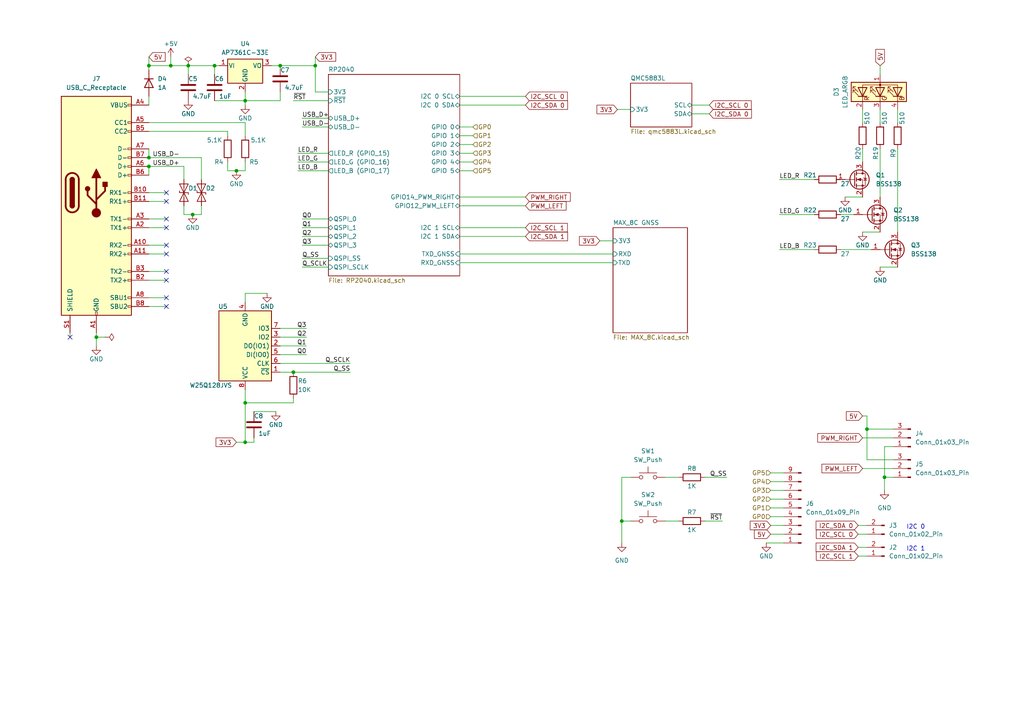
<source format=kicad_sch>
(kicad_sch (version 20231120) (generator "eeschema") (generator_version "8.0")
  (paper "A4")
  (lib_symbols
    (symbol "Connector:Conn_01x02_Pin" (pin_names (offset 1.016) hide)
      (property "Reference" "J" (at 0 2.54 0))
      (property "Value" "Conn_01x02_Pin" (at 0 -5.08 0))
      (symbol "Conn_01x02_Pin_1_1"
        (polyline (pts (xy 1.27 -2.54) (xy 0.8636 -2.54)) (stroke (width 0.1524)))
        (polyline (pts (xy 1.27 0) (xy 0.8636 0)) (stroke (width 0.1524)))
        (rectangle (start 0.8636 -2.413) (end 0 -2.667) (stroke (width 0.1524)) (fill (type outline)))
        (rectangle (start 0.8636 0.127) (end 0 -0.127) (stroke (width 0.1524)) (fill (type outline)))
        (pin passive line (at 5.08 0 180) (length 3.81) (name "Pin_1") (number "1"))
        (pin passive line (at 5.08 -2.54 180) (length 3.81) (name "Pin_2") (number "2"))
      )
    )
    (symbol "Connector:Conn_01x03_Pin" (pin_names (offset 1.016) hide)
      (property "Reference" "J" (at 0 5.08 0))
      (property "Value" "Conn_01x03_Pin" (at 0 -5.08 0))
      (symbol "Conn_01x03_Pin_1_1"
        (polyline (pts (xy 1.27 -2.54) (xy 0.8636 -2.54)) (stroke (width 0.1524)))
        (polyline (pts (xy 1.27 0) (xy 0.8636 0)) (stroke (width 0.1524)))
        (polyline (pts (xy 1.27 2.54) (xy 0.8636 2.54)) (stroke (width 0.1524)))
        (rectangle (start 0.8636 -2.413) (end 0 -2.667) (stroke (width 0.1524)) (fill (type outline)))
        (rectangle (start 0.8636 0.127) (end 0 -0.127) (stroke (width 0.1524)) (fill (type outline)))
        (rectangle (start 0.8636 2.667) (end 0 2.413) (stroke (width 0.1524)) (fill (type outline)))
        (pin passive line (at 5.08 2.54 180) (length 3.81) (name "Pin_1") (number "1"))
        (pin passive line (at 5.08 0 180) (length 3.81) (name "Pin_2") (number "2"))
        (pin passive line (at 5.08 -2.54 180) (length 3.81) (name "Pin_3") (number "3"))
      )
    )
    (symbol "Connector:Conn_01x09_Pin" (pin_names (offset 1.016) hide)
      (property "Reference" "J" (at 0 12.7 0))
      (property "Value" "Conn_01x09_Pin" (at 0 -12.7 0))
      (symbol "Conn_01x09_Pin_1_1"
        (polyline (pts (xy 1.27 -10.16) (xy 0.8636 -10.16)) (stroke (width 0.1524)))
        (polyline (pts (xy 1.27 -7.62) (xy 0.8636 -7.62)) (stroke (width 0.1524)))
        (polyline (pts (xy 1.27 -5.08) (xy 0.8636 -5.08)) (stroke (width 0.1524)))
        (polyline (pts (xy 1.27 -2.54) (xy 0.8636 -2.54)) (stroke (width 0.1524)))
        (polyline (pts (xy 1.27 0) (xy 0.8636 0)) (stroke (width 0.1524)))
        (polyline (pts (xy 1.27 2.54) (xy 0.8636 2.54)) (stroke (width 0.1524)))
        (polyline (pts (xy 1.27 5.08) (xy 0.8636 5.08)) (stroke (width 0.1524)))
        (polyline (pts (xy 1.27 7.62) (xy 0.8636 7.62)) (stroke (width 0.1524)))
        (polyline (pts (xy 1.27 10.16) (xy 0.8636 10.16)) (stroke (width 0.1524)))
        (rectangle (start 0.8636 -10.033) (end 0 -10.287) (stroke (width 0.1524)) (fill (type outline)))
        (rectangle (start 0.8636 -7.493) (end 0 -7.747) (stroke (width 0.1524)) (fill (type outline)))
        (rectangle (start 0.8636 -4.953) (end 0 -5.207) (stroke (width 0.1524)) (fill (type outline)))
        (rectangle (start 0.8636 -2.413) (end 0 -2.667) (stroke (width 0.1524)) (fill (type outline)))
        (rectangle (start 0.8636 0.127) (end 0 -0.127) (stroke (width 0.1524)) (fill (type outline)))
        (rectangle (start 0.8636 2.667) (end 0 2.413) (stroke (width 0.1524)) (fill (type outline)))
        (rectangle (start 0.8636 5.207) (end 0 4.953) (stroke (width 0.1524)) (fill (type outline)))
        (rectangle (start 0.8636 7.747) (end 0 7.493) (stroke (width 0.1524)) (fill (type outline)))
        (rectangle (start 0.8636 10.287) (end 0 10.033) (stroke (width 0.1524)) (fill (type outline)))
        (pin passive line (at 5.08 10.16 180) (length 3.81) (name "Pin_1") (number "1"))
        (pin passive line (at 5.08 7.62 180) (length 3.81) (name "Pin_2") (number "2"))
        (pin passive line (at 5.08 5.08 180) (length 3.81) (name "Pin_3") (number "3"))
        (pin passive line (at 5.08 2.54 180) (length 3.81) (name "Pin_4") (number "4"))
        (pin passive line (at 5.08 0 180) (length 3.81) (name "Pin_5") (number "5"))
        (pin passive line (at 5.08 -2.54 180) (length 3.81) (name "Pin_6") (number "6"))
        (pin passive line (at 5.08 -5.08 180) (length 3.81) (name "Pin_7") (number "7"))
        (pin passive line (at 5.08 -7.62 180) (length 3.81) (name "Pin_8") (number "8"))
        (pin passive line (at 5.08 -10.16 180) (length 3.81) (name "Pin_9") (number "9"))
      )
    )
    (symbol "Connector:USB_C_Receptacle" (pin_names (offset 1.016))
      (property "Reference" "J" (at -10.16 29.21 0))
      (property "Value" "USB_C_Receptacle" (at 10.16 29.21 0))
      (symbol "USB_C_Receptacle_0_0"
        (rectangle (start -0.254 -35.56) (end 0.254 -34.544))
        (rectangle (start 10.16 -32.766) (end 9.144 -33.274))
        (rectangle (start 10.16 -30.226) (end 9.144 -30.734))
        (rectangle (start 10.16 -25.146) (end 9.144 -25.654))
        (rectangle (start 10.16 -22.606) (end 9.144 -23.114))
        (rectangle (start 10.16 -17.526) (end 9.144 -18.034))
        (rectangle (start 10.16 -14.986) (end 9.144 -15.494))
        (rectangle (start 10.16 -9.906) (end 9.144 -10.414))
        (rectangle (start 10.16 -7.366) (end 9.144 -7.874))
        (rectangle (start 10.16 -2.286) (end 9.144 -2.794))
        (rectangle (start 10.16 0.254) (end 9.144 -0.254))
        (rectangle (start 10.16 5.334) (end 9.144 4.826))
        (rectangle (start 10.16 7.874) (end 9.144 7.366))
        (rectangle (start 10.16 10.414) (end 9.144 9.906))
        (rectangle (start 10.16 12.954) (end 9.144 12.446))
        (rectangle (start 10.16 18.034) (end 9.144 17.526))
        (rectangle (start 10.16 20.574) (end 9.144 20.066))
        (rectangle (start 10.16 25.654) (end 9.144 25.146))
      )
      (symbol "USB_C_Receptacle_0_1"
        (rectangle (start -10.16 27.94) (end 10.16 -35.56) (stroke (width 0.254)) (fill (type background)))
        (arc (start -8.89 -3.81) (mid -6.985 -5.7067) (end -5.08 -3.81) (stroke (width 0.508)))
        (arc (start -7.62 -3.81) (mid -6.985 -4.4423) (end -6.35 -3.81) (stroke (width 0.254)))
        (arc (start -7.62 -3.81) (mid -6.985 -4.4423) (end -6.35 -3.81) (stroke (width 0.254)) (fill (type outline)))
        (rectangle (start -7.62 -3.81) (end -6.35 3.81) (stroke (width 0.254)) (fill (type outline)))
        (arc (start -6.35 3.81) (mid -6.985 4.4423) (end -7.62 3.81) (stroke (width 0.254)))
        (arc (start -6.35 3.81) (mid -6.985 4.4423) (end -7.62 3.81) (stroke (width 0.254)) (fill (type outline)))
        (arc (start -5.08 3.81) (mid -6.985 5.7067) (end -8.89 3.81) (stroke (width 0.508)))
        (polyline (pts (xy -8.89 -3.81) (xy -8.89 3.81)) (stroke (width 0.508)))
        (polyline (pts (xy -5.08 3.81) (xy -5.08 -3.81)) (stroke (width 0.508)))
      )
      (symbol "USB_C_Receptacle_1_1"
        (circle (center -2.54 1.143) (radius 0.635) (stroke (width 0.254)) (fill (type outline)))
        (circle (center 0 -5.842) (radius 1.27) (fill (type outline)))
        (polyline (pts (xy 0 -5.842) (xy 0 4.318)) (stroke (width 0.508)))
        (polyline (pts (xy 0 -3.302) (xy -2.54 -0.762) (xy -2.54 0.508)) (stroke (width 0.508)))
        (polyline (pts (xy 0 -2.032) (xy 2.54 0.508) (xy 2.54 1.778)) (stroke (width 0.508)))
        (polyline (pts (xy -1.27 4.318) (xy 0 6.858) (xy 1.27 4.318) (xy -1.27 4.318)) (stroke (width 0.254)) (fill (type outline)))
        (rectangle (start 1.905 1.778) (end 3.175 3.048) (stroke (width 0.254)) (fill (type outline)))
        (pin passive line (at 0 -40.64 90) (length 5.08) (name "GND") (number "A1"))
        (pin bidirectional line (at 15.24 -15.24 180) (length 5.08) (name "RX2-") (number "A10"))
        (pin bidirectional line (at 15.24 -17.78 180) (length 5.08) (name "RX2+") (number "A11"))
        (pin passive line (at 0 -40.64 90) (length 5.08) hide (name "GND") (number "A12"))
        (pin bidirectional line (at 15.24 -10.16 180) (length 5.08) (name "TX1+") (number "A2"))
        (pin bidirectional line (at 15.24 -7.62 180) (length 5.08) (name "TX1-") (number "A3"))
        (pin passive line (at 15.24 25.4 180) (length 5.08) (name "VBUS") (number "A4"))
        (pin bidirectional line (at 15.24 20.32 180) (length 5.08) (name "CC1") (number "A5"))
        (pin bidirectional line (at 15.24 7.62 180) (length 5.08) (name "D+") (number "A6"))
        (pin bidirectional line (at 15.24 12.7 180) (length 5.08) (name "D-") (number "A7"))
        (pin bidirectional line (at 15.24 -30.48 180) (length 5.08) (name "SBU1") (number "A8"))
        (pin passive line (at 15.24 25.4 180) (length 5.08) hide (name "VBUS") (number "A9"))
        (pin passive line (at 0 -40.64 90) (length 5.08) hide (name "GND") (number "B1"))
        (pin bidirectional line (at 15.24 0 180) (length 5.08) (name "RX1-") (number "B10"))
        (pin bidirectional line (at 15.24 -2.54 180) (length 5.08) (name "RX1+") (number "B11"))
        (pin passive line (at 0 -40.64 90) (length 5.08) hide (name "GND") (number "B12"))
        (pin bidirectional line (at 15.24 -25.4 180) (length 5.08) (name "TX2+") (number "B2"))
        (pin bidirectional line (at 15.24 -22.86 180) (length 5.08) (name "TX2-") (number "B3"))
        (pin passive line (at 15.24 25.4 180) (length 5.08) hide (name "VBUS") (number "B4"))
        (pin bidirectional line (at 15.24 17.78 180) (length 5.08) (name "CC2") (number "B5"))
        (pin bidirectional line (at 15.24 5.08 180) (length 5.08) (name "D+") (number "B6"))
        (pin bidirectional line (at 15.24 10.16 180) (length 5.08) (name "D-") (number "B7"))
        (pin bidirectional line (at 15.24 -33.02 180) (length 5.08) (name "SBU2") (number "B8"))
        (pin passive line (at 15.24 25.4 180) (length 5.08) hide (name "VBUS") (number "B9"))
        (pin passive line (at -7.62 -40.64 90) (length 5.08) (name "SHIELD") (number "S1"))
      )
    )
    (symbol "Device:C" (pin_numbers hide) (pin_names (offset 0.254))
      (property "Reference" "C" (at 0.635 2.54 0))
      (property "Value" "C" (at 0.635 -2.54 0))
      (symbol "C_0_1"
        (polyline (pts (xy -2.032 -0.762) (xy 2.032 -0.762)) (stroke (width 0.508)))
        (polyline (pts (xy -2.032 0.762) (xy 2.032 0.762)) (stroke (width 0.508)))
      )
      (symbol "C_1_1"
        (pin passive line (at 0 3.81 270) (length 2.794) (name "~") (number "1"))
        (pin passive line (at 0 -3.81 90) (length 2.794) (name "~") (number "2"))
      )
    )
    (symbol "Device:D" (pin_numbers hide) (pin_names (offset 1.016) hide)
      (property "Reference" "D" (at 0 2.54 0))
      (property "Value" "D" (at 0 -2.54 0))
      (symbol "D_0_1"
        (polyline (pts (xy -1.27 1.27) (xy -1.27 -1.27)) (stroke (width 0.254)))
        (polyline (pts (xy 1.27 0) (xy -1.27 0)))
        (polyline (pts (xy 1.27 1.27) (xy 1.27 -1.27) (xy -1.27 0) (xy 1.27 1.27)) (stroke (width 0.254)))
      )
      (symbol "D_1_1"
        (pin passive line (at -3.81 0 0) (length 2.54) (name "K") (number "1"))
        (pin passive line (at 3.81 0 180) (length 2.54) (name "A") (number "2"))
      )
    )
    (symbol "Device:LED_ARGB" (pin_names (offset 0) hide)
      (property "Reference" "D" (at 0 9.398 0))
      (property "Value" "LED_ARGB" (at 0 -8.89 0))
      (symbol "LED_ARGB_0_0"
        (text "B" (at -1.905 -6.35 0) (effects (font (size 1.27 1.27))))
        (text "G" (at -1.905 -1.27 0) (effects (font (size 1.27 1.27))))
        (text "R" (at -1.905 3.81 0) (effects (font (size 1.27 1.27))))
      )
      (symbol "LED_ARGB_0_1"
        (polyline (pts (xy -1.27 -5.08) (xy -2.54 -5.08)))
        (polyline (pts (xy -1.27 -5.08) (xy 1.27 -5.08)))
        (polyline (pts (xy -1.27 -3.81) (xy -1.27 -6.35)) (stroke (width 0.254)))
        (polyline (pts (xy -1.27 0) (xy -2.54 0)))
        (polyline (pts (xy -1.27 1.27) (xy -1.27 -1.27)) (stroke (width 0.254)))
        (polyline (pts (xy -1.27 5.08) (xy -2.54 5.08)))
        (polyline (pts (xy -1.27 5.08) (xy 1.27 5.08)))
        (polyline (pts (xy -1.27 6.35) (xy -1.27 3.81)) (stroke (width 0.254)))
        (polyline (pts (xy 1.27 0) (xy -1.27 0)))
        (polyline (pts (xy 1.27 0) (xy 2.54 0)))
        (polyline (pts (xy -1.27 1.27) (xy -1.27 -1.27) (xy -1.27 -1.27)))
        (polyline (pts (xy -1.27 6.35) (xy -1.27 3.81) (xy -1.27 3.81)))
        (polyline (pts (xy 1.27 -5.08) (xy 2.032 -5.08) (xy 2.032 5.08) (xy 1.27 5.08)))
        (polyline (pts (xy 1.27 -3.81) (xy 1.27 -6.35) (xy -1.27 -5.08) (xy 1.27 -3.81)) (stroke (width 0.254)))
        (polyline (pts (xy 1.27 1.27) (xy 1.27 -1.27) (xy -1.27 0) (xy 1.27 1.27)) (stroke (width 0.254)))
        (polyline (pts (xy 1.27 6.35) (xy 1.27 3.81) (xy -1.27 5.08) (xy 1.27 6.35)) (stroke (width 0.254)))
        (polyline (pts (xy -1.016 -3.81) (xy 0.508 -2.286) (xy -0.254 -2.286) (xy 0.508 -2.286) (xy 0.508 -3.048)))
        (polyline (pts (xy -1.016 1.27) (xy 0.508 2.794) (xy -0.254 2.794) (xy 0.508 2.794) (xy 0.508 2.032)))
        (polyline (pts (xy -1.016 6.35) (xy 0.508 7.874) (xy -0.254 7.874) (xy 0.508 7.874) (xy 0.508 7.112)))
        (polyline (pts (xy 0 -3.81) (xy 1.524 -2.286) (xy 0.762 -2.286) (xy 1.524 -2.286) (xy 1.524 -3.048)))
        (polyline (pts (xy 0 1.27) (xy 1.524 2.794) (xy 0.762 2.794) (xy 1.524 2.794) (xy 1.524 2.032)))
        (polyline (pts (xy 0 6.35) (xy 1.524 7.874) (xy 0.762 7.874) (xy 1.524 7.874) (xy 1.524 7.112)))
        (rectangle (start 1.27 -1.27) (end 1.27 1.27))
        (rectangle (start 1.27 1.27) (end 1.27 1.27))
        (rectangle (start 1.27 3.81) (end 1.27 6.35))
        (rectangle (start 1.27 6.35) (end 1.27 6.35))
        (circle (center 2.032 0) (radius 0.254) (fill (type outline)))
        (rectangle (start 2.794 8.382) (end -2.794 -7.62) (stroke (width 0.254)) (fill (type background)))
      )
      (symbol "LED_ARGB_1_1"
        (pin passive line (at 5.08 0 180) (length 2.54) (name "A") (number "1"))
        (pin passive line (at -5.08 5.08 0) (length 2.54) (name "RK") (number "2"))
        (pin passive line (at -5.08 0 0) (length 2.54) (name "GK") (number "3"))
        (pin passive line (at -5.08 -5.08 0) (length 2.54) (name "BK") (number "4"))
      )
    )
    (symbol "Device:R" (pin_numbers hide) (pin_names (offset 0))
      (property "Reference" "R" (at 2.032 0 90))
      (property "Value" "R" (at 0 0 90))
      (symbol "R_0_1"
        (rectangle (start -1.016 -2.54) (end 1.016 2.54) (stroke (width 0.254)))
      )
      (symbol "R_1_1"
        (pin passive line (at 0 3.81 270) (length 1.27) (name "~") (number "1"))
        (pin passive line (at 0 -3.81 90) (length 1.27) (name "~") (number "2"))
      )
    )
    (symbol "Diode:ESD9B5.0ST5G" (pin_numbers hide) (pin_names (offset 1.016) hide)
      (property "Reference" "D" (at 0 2.54 0))
      (property "Value" "ESD9B5.0ST5G" (at 0 -2.54 0))
      (symbol "ESD9B5.0ST5G_0_1"
        (polyline (pts (xy 1.27 0) (xy -1.27 0)))
        (polyline (pts (xy -2.54 -1.27) (xy 0 0) (xy -2.54 1.27) (xy -2.54 -1.27)) (stroke (width 0.2032)))
        (polyline (pts (xy 0.508 1.27) (xy 0 1.27) (xy 0 -1.27) (xy -0.508 -1.27)) (stroke (width 0.2032)))
        (polyline (pts (xy 2.54 1.27) (xy 2.54 -1.27) (xy 0 0) (xy 2.54 1.27)) (stroke (width 0.2032)))
      )
      (symbol "ESD9B5.0ST5G_1_1"
        (pin passive line (at -3.81 0 0) (length 2.54) (name "A1") (number "1"))
        (pin passive line (at 3.81 0 180) (length 2.54) (name "A2") (number "2"))
      )
    )
    (symbol "Memory_Flash:W25Q128JVS"
      (property "Reference" "U" (at -8.89 8.89 0))
      (property "Value" "W25Q128JVS" (at 7.62 8.89 0))
      (symbol "W25Q128JVS_0_1"
        (rectangle (start -7.62 10.16) (end 7.62 -10.16) (stroke (width 0.254)) (fill (type background)))
      )
      (symbol "W25Q128JVS_1_1"
        (pin input line (at -10.16 7.62 0) (length 2.54) (name "~{CS}") (number "1"))
        (pin bidirectional line (at -10.16 0 0) (length 2.54) (name "DO(IO1)") (number "2"))
        (pin bidirectional line (at -10.16 -2.54 0) (length 2.54) (name "IO2") (number "3"))
        (pin power_in line (at 0 -12.7 90) (length 2.54) (name "GND") (number "4"))
        (pin bidirectional line (at -10.16 2.54 0) (length 2.54) (name "DI(IO0)") (number "5"))
        (pin input line (at -10.16 5.08 0) (length 2.54) (name "CLK") (number "6"))
        (pin bidirectional line (at -10.16 -5.08 0) (length 2.54) (name "IO3") (number "7"))
        (pin power_in line (at 0 12.7 270) (length 2.54) (name "VCC") (number "8"))
      )
    )
    (symbol "Regulator_Linear:AP7361C-33E" (pin_names (offset 0.254))
      (property "Reference" "U" (at -3.81 3.175 0))
      (property "Value" "AP7361C-33E" (at 0 3.175 0))
      (symbol "AP7361C-33E_0_1"
        (rectangle (start -5.08 -5.08) (end 5.08 1.905) (stroke (width 0.254)) (fill (type background)))
      )
      (symbol "AP7361C-33E_1_1"
        (pin power_in line (at -7.62 0 0) (length 2.54) (name "VI") (number "1"))
        (pin power_in line (at 0 -7.62 90) (length 2.54) (name "GND") (number "2"))
        (pin power_out line (at 7.62 0 180) (length 2.54) (name "VO") (number "3"))
      )
    )
    (symbol "Switch:SW_Push" (pin_numbers hide) (pin_names (offset 1.016) hide)
      (property "Reference" "SW" (at 1.27 2.54 0))
      (property "Value" "SW_Push" (at 0 -1.524 0))
      (symbol "SW_Push_0_1"
        (circle (center -2.032 0) (radius 0.508))
        (polyline (pts (xy 0 1.27) (xy 0 3.048)))
        (polyline (pts (xy 2.54 1.27) (xy -2.54 1.27)))
        (circle (center 2.032 0) (radius 0.508))
        (pin passive line (at -5.08 0 0) (length 2.54) (name "1") (number "1"))
        (pin passive line (at 5.08 0 180) (length 2.54) (name "2") (number "2"))
      )
    )
    (symbol "Transistor_FET:BSS138" (pin_names hide)
      (property "Reference" "Q" (at 5.08 1.905 0))
      (property "Value" "BSS138" (at 5.08 0 0))
      (symbol "BSS138_0_1"
        (polyline (pts (xy 0.254 0) (xy -2.54 0)))
        (polyline (pts (xy 0.254 1.905) (xy 0.254 -1.905)) (stroke (width 0.254)))
        (polyline (pts (xy 0.762 -1.27) (xy 0.762 -2.286)) (stroke (width 0.254)))
        (polyline (pts (xy 0.762 0.508) (xy 0.762 -0.508)) (stroke (width 0.254)))
        (polyline (pts (xy 0.762 2.286) (xy 0.762 1.27)) (stroke (width 0.254)))
        (polyline (pts (xy 2.54 2.54) (xy 2.54 1.778)))
        (polyline (pts (xy 2.54 -2.54) (xy 2.54 0) (xy 0.762 0)))
        (polyline (pts (xy 0.762 -1.778) (xy 3.302 -1.778) (xy 3.302 1.778) (xy 0.762 1.778)))
        (polyline (pts (xy 1.016 0) (xy 2.032 0.381) (xy 2.032 -0.381) (xy 1.016 0)) (fill (type outline)))
        (polyline (pts (xy 2.794 0.508) (xy 2.921 0.381) (xy 3.683 0.381) (xy 3.81 0.254)))
        (polyline (pts (xy 3.302 0.381) (xy 2.921 -0.254) (xy 3.683 -0.254) (xy 3.302 0.381)))
        (circle (center 1.651 0) (radius 2.794) (stroke (width 0.254)))
        (circle (center 2.54 -1.778) (radius 0.254) (fill (type outline)))
        (circle (center 2.54 1.778) (radius 0.254) (fill (type outline)))
      )
      (symbol "BSS138_1_1"
        (pin input line (at -5.08 0 0) (length 2.54) (name "G") (number "1"))
        (pin passive line (at 2.54 -5.08 90) (length 2.54) (name "S") (number "2"))
        (pin passive line (at 2.54 5.08 270) (length 2.54) (name "D") (number "3"))
      )
    )
    (symbol "power:+5V" (power) (pin_names (offset 0))
      (property "Value" "+5V" (at 0 3.556 0))
      (symbol "+5V_0_1"
        (polyline (pts (xy -0.762 1.27) (xy 0 2.54)))
        (polyline (pts (xy 0 0) (xy 0 2.54)))
        (polyline (pts (xy 0 2.54) (xy 0.762 1.27)))
      )
      (symbol "+5V_1_1"
        (pin power_in line (at 0 0 90) (length 0) hide (name "+5V") (number "1"))
      )
    )
    (symbol "power:GND" (power) (pin_names (offset 0))
      (property "Value" "GND" (at 0 -3.81 0))
      (symbol "GND_0_1"
        (polyline (pts (xy 0 0) (xy 0 -1.27) (xy 1.27 -1.27) (xy 0 -2.54) (xy -1.27 -1.27) (xy 0 -1.27)))
      )
      (symbol "GND_1_1"
        (pin power_in line (at 0 0 270) (length 0) hide (name "GND") (number "1"))
      )
    )
    (symbol "power:PWR_FLAG" (power) (pin_numbers hide) (pin_names (offset 0) hide)
      (property "Value" "PWR_FLAG" (at 0 3.81 0))
      (symbol "PWR_FLAG_0_0"
        (pin power_out line (at 0 0 90) (length 0) (name "pwr") (number "1"))
      )
      (symbol "PWR_FLAG_0_1"
        (polyline (pts (xy 0 0) (xy 0 1.27) (xy -1.016 1.905) (xy 0 2.54) (xy 1.016 1.905) (xy 0 1.27)))
      )
    )
  )
  (junction (at 27.94 97.79))
  (junction (at 62.23 19.05))
  (junction (at 43.18 19.05))
  (junction (at 55.88 62.23))
  (junction (at 256.54 138.43))
  (junction (at 91.44 19.05))
  (junction (at 71.12 128.27))
  (junction (at 180.34 151.13))
  (junction (at 68.58 49.53))
  (junction (at 71.12 116.84))
  (junction (at 71.12 29.21))
  (junction (at 49.53 19.05))
  (junction (at 85.09 107.95))
  (junction (at 251.46 124.46))
  (junction (at 43.18 45.72))
  (junction (at 43.18 48.26))
  (junction (at 54.61 19.05))
  (junction (at 81.28 19.05))
  (no_connect (at 20.32 97.79))
  (no_connect (at 48.26 86.36))
  (no_connect (at 48.26 63.5))
  (no_connect (at 48.26 66.04))
  (no_connect (at 48.26 81.28))
  (no_connect (at 48.26 88.9))
  (no_connect (at 48.26 73.66))
  (no_connect (at 48.26 71.12))
  (no_connect (at 48.26 78.74))
  (no_connect (at 48.26 58.42))
  (no_connect (at 48.26 55.88))
  (wire (pts (xy 43.18 35.56) (xy 71.12 35.56)))
  (wire (pts (xy 43.18 27.94) (xy 43.18 30.48)))
  (wire (pts (xy 54.61 19.05) (xy 54.61 21.59)))
  (wire (pts (xy 81.28 19.05) (xy 91.44 19.05)))
  (wire (pts (xy 226.06 52.07) (xy 236.22 52.07)))
  (wire (pts (xy 43.18 66.04) (xy 48.26 66.04)))
  (wire (pts (xy 259.08 138.43) (xy 256.54 138.43)))
  (wire (pts (xy 71.12 128.27) (xy 71.12 116.84)))
  (wire (pts (xy 86.36 44.45) (xy 95.25 44.45)))
  (wire (pts (xy 71.12 29.21) (xy 71.12 26.67)))
  (wire (pts (xy 210.82 138.43) (xy 204.47 138.43)))
  (wire (pts (xy 133.35 76.2) (xy 177.8 76.2)))
  (wire (pts (xy 193.04 138.43) (xy 196.85 138.43)))
  (wire (pts (xy 247.65 62.23) (xy 243.84 62.23)))
  (wire (pts (xy 256.54 138.43) (xy 256.54 142.24)))
  (wire (pts (xy 27.94 96.52) (xy 27.94 97.79)))
  (wire (pts (xy 71.12 30.48) (xy 71.12 29.21)))
  (wire (pts (xy 53.34 62.23) (xy 55.88 62.23)))
  (wire (pts (xy 248.92 154.94) (xy 251.46 154.94)))
  (wire (pts (xy 71.12 128.27) (xy 68.58 128.27)))
  (wire (pts (xy 133.35 59.69) (xy 152.4 59.69)))
  (wire (pts (xy 227.33 139.7) (xy 223.52 139.7)))
  (wire (pts (xy 95.25 68.58) (xy 87.63 68.58)))
  (wire (pts (xy 133.35 36.83) (xy 137.16 36.83)))
  (wire (pts (xy 251.46 120.65) (xy 251.46 124.46)))
  (wire (pts (xy 43.18 16.51) (xy 43.18 19.05)))
  (wire (pts (xy 43.18 81.28) (xy 48.26 81.28)))
  (wire (pts (xy 73.66 128.27) (xy 71.12 128.27)))
  (wire (pts (xy 133.35 49.53) (xy 137.16 49.53)))
  (wire (pts (xy 86.36 49.53) (xy 95.25 49.53)))
  (wire (pts (xy 252.73 72.39) (xy 243.84 72.39)))
  (wire (pts (xy 62.23 29.21) (xy 71.12 29.21)))
  (wire (pts (xy 245.11 57.15) (xy 250.19 57.15)))
  (wire (pts (xy 180.34 138.43) (xy 180.34 151.13)))
  (wire (pts (xy 255.27 35.56) (xy 255.27 31.75)))
  (wire (pts (xy 200.66 30.48) (xy 205.74 30.48)))
  (wire (pts (xy 133.35 44.45) (xy 137.16 44.45)))
  (wire (pts (xy 85.09 29.21) (xy 95.25 29.21)))
  (wire (pts (xy 43.18 86.36) (xy 48.26 86.36)))
  (wire (pts (xy 81.28 97.79) (xy 88.9 97.79)))
  (wire (pts (xy 87.63 77.47) (xy 95.25 77.47)))
  (wire (pts (xy 250.19 35.56) (xy 250.19 31.75)))
  (wire (pts (xy 85.09 107.95) (xy 101.6 107.95)))
  (wire (pts (xy 223.52 154.94) (xy 227.33 154.94)))
  (wire (pts (xy 71.12 46.99) (xy 71.12 49.53)))
  (wire (pts (xy 49.53 19.05) (xy 49.53 16.51)))
  (wire (pts (xy 250.19 120.65) (xy 251.46 120.65)))
  (wire (pts (xy 53.34 48.26) (xy 53.34 52.07)))
  (wire (pts (xy 20.32 96.52) (xy 20.32 97.79)))
  (wire (pts (xy 81.28 100.33) (xy 88.9 100.33)))
  (wire (pts (xy 78.74 19.05) (xy 81.28 19.05)))
  (wire (pts (xy 200.66 33.02) (xy 205.74 33.02)))
  (wire (pts (xy 43.18 73.66) (xy 48.26 73.66)))
  (wire (pts (xy 71.12 35.56) (xy 71.12 39.37)))
  (wire (pts (xy 91.44 16.51) (xy 91.44 19.05)))
  (wire (pts (xy 95.25 66.04) (xy 87.63 66.04)))
  (wire (pts (xy 71.12 85.09) (xy 71.12 87.63)))
  (wire (pts (xy 43.18 19.05) (xy 43.18 20.32)))
  (wire (pts (xy 226.06 62.23) (xy 236.22 62.23)))
  (wire (pts (xy 259.08 129.54) (xy 256.54 129.54)))
  (wire (pts (xy 133.35 68.58) (xy 152.4 68.58)))
  (wire (pts (xy 54.61 19.05) (xy 62.23 19.05)))
  (wire (pts (xy 85.09 116.84) (xy 71.12 116.84)))
  (wire (pts (xy 53.34 59.69) (xy 53.34 62.23)))
  (wire (pts (xy 180.34 151.13) (xy 182.88 151.13)))
  (wire (pts (xy 248.92 161.29) (xy 251.46 161.29)))
  (wire (pts (xy 81.28 95.25) (xy 88.9 95.25)))
  (wire (pts (xy 223.52 152.4) (xy 227.33 152.4)))
  (wire (pts (xy 43.18 48.26) (xy 43.18 50.8)))
  (wire (pts (xy 209.55 151.13) (xy 204.47 151.13)))
  (wire (pts (xy 87.63 36.83) (xy 95.25 36.83)))
  (wire (pts (xy 95.25 71.12) (xy 87.63 71.12)))
  (wire (pts (xy 43.18 19.05) (xy 49.53 19.05)))
  (wire (pts (xy 227.33 149.86) (xy 223.52 149.86)))
  (wire (pts (xy 255.27 21.59) (xy 255.27 19.05)))
  (wire (pts (xy 81.28 29.21) (xy 71.12 29.21)))
  (wire (pts (xy 255.27 43.18) (xy 255.27 57.15)))
  (wire (pts (xy 27.94 97.79) (xy 27.94 100.33)))
  (wire (pts (xy 43.18 55.88) (xy 48.26 55.88)))
  (wire (pts (xy 66.04 38.1) (xy 66.04 39.37)))
  (wire (pts (xy 43.18 58.42) (xy 48.26 58.42)))
  (wire (pts (xy 43.18 38.1) (xy 66.04 38.1)))
  (wire (pts (xy 62.23 19.05) (xy 62.23 21.59)))
  (wire (pts (xy 81.28 102.87) (xy 88.9 102.87)))
  (wire (pts (xy 77.47 85.09) (xy 71.12 85.09)))
  (wire (pts (xy 251.46 124.46) (xy 259.08 124.46)))
  (wire (pts (xy 81.28 26.67) (xy 81.28 29.21)))
  (wire (pts (xy 62.23 19.05) (xy 63.5 19.05)))
  (wire (pts (xy 91.44 19.05) (xy 91.44 26.67)))
  (wire (pts (xy 173.99 69.85) (xy 177.8 69.85)))
  (wire (pts (xy 260.35 43.18) (xy 260.35 67.31)))
  (wire (pts (xy 133.35 27.94) (xy 152.4 27.94)))
  (wire (pts (xy 86.36 46.99) (xy 95.25 46.99)))
  (wire (pts (xy 250.19 127) (xy 259.08 127)))
  (wire (pts (xy 227.33 144.78) (xy 223.52 144.78)))
  (wire (pts (xy 27.94 97.79) (xy 30.48 97.79)))
  (wire (pts (xy 95.25 63.5) (xy 87.63 63.5)))
  (wire (pts (xy 87.63 74.93) (xy 95.25 74.93)))
  (wire (pts (xy 248.92 152.4) (xy 251.46 152.4)))
  (wire (pts (xy 255.27 77.47) (xy 260.35 77.47)))
  (wire (pts (xy 133.35 73.66) (xy 177.8 73.66)))
  (wire (pts (xy 43.18 71.12) (xy 48.26 71.12)))
  (wire (pts (xy 71.12 113.03) (xy 71.12 116.84)))
  (wire (pts (xy 182.88 138.43) (xy 180.34 138.43)))
  (wire (pts (xy 193.04 151.13) (xy 196.85 151.13)))
  (wire (pts (xy 133.35 30.48) (xy 152.4 30.48)))
  (wire (pts (xy 227.33 137.16) (xy 223.52 137.16)))
  (wire (pts (xy 251.46 124.46) (xy 251.46 133.35)))
  (wire (pts (xy 43.18 63.5) (xy 48.26 63.5)))
  (wire (pts (xy 133.35 41.91) (xy 137.16 41.91)))
  (wire (pts (xy 222.25 157.48) (xy 227.33 157.48)))
  (wire (pts (xy 58.42 59.69) (xy 58.42 62.23)))
  (wire (pts (xy 180.34 151.13) (xy 180.34 157.48)))
  (wire (pts (xy 73.66 119.38) (xy 80.01 119.38)))
  (wire (pts (xy 133.35 57.15) (xy 152.4 57.15)))
  (wire (pts (xy 87.63 34.29) (xy 95.25 34.29)))
  (wire (pts (xy 66.04 46.99) (xy 66.04 49.53)))
  (wire (pts (xy 43.18 78.74) (xy 48.26 78.74)))
  (wire (pts (xy 43.18 43.18) (xy 43.18 45.72)))
  (wire (pts (xy 133.35 39.37) (xy 137.16 39.37)))
  (wire (pts (xy 256.54 129.54) (xy 256.54 138.43)))
  (wire (pts (xy 49.53 19.05) (xy 54.61 19.05)))
  (wire (pts (xy 133.35 46.99) (xy 137.16 46.99)))
  (wire (pts (xy 226.06 72.39) (xy 236.22 72.39)))
  (wire (pts (xy 85.09 115.57) (xy 85.09 116.84)))
  (wire (pts (xy 259.08 133.35) (xy 251.46 133.35)))
  (wire (pts (xy 248.92 158.75) (xy 251.46 158.75)))
  (wire (pts (xy 91.44 26.67) (xy 95.25 26.67)))
  (wire (pts (xy 81.28 105.41) (xy 101.6 105.41)))
  (wire (pts (xy 260.35 35.56) (xy 260.35 31.75)))
  (wire (pts (xy 227.33 142.24) (xy 223.52 142.24)))
  (wire (pts (xy 58.42 62.23) (xy 55.88 62.23)))
  (wire (pts (xy 43.18 88.9) (xy 48.26 88.9)))
  (wire (pts (xy 179.07 31.75) (xy 182.88 31.75)))
  (wire (pts (xy 250.19 67.31) (xy 255.27 67.31)))
  (wire (pts (xy 133.35 66.04) (xy 152.4 66.04)))
  (wire (pts (xy 250.19 43.18) (xy 250.19 46.99)))
  (wire (pts (xy 71.12 49.53) (xy 68.58 49.53)))
  (wire (pts (xy 43.18 48.26) (xy 53.34 48.26)))
  (wire (pts (xy 242.57 52.07) (xy 243.84 52.07)))
  (wire (pts (xy 250.19 135.89) (xy 259.08 135.89)))
  (wire (pts (xy 73.66 127) (xy 73.66 128.27)))
  (wire (pts (xy 66.04 49.53) (xy 68.58 49.53)))
  (wire (pts (xy 81.28 107.95) (xy 85.09 107.95)))
  (wire (pts (xy 227.33 147.32) (xy 223.52 147.32)))
  (wire (pts (xy 58.42 45.72) (xy 58.42 52.07)))
  (wire (pts (xy 43.18 45.72) (xy 58.42 45.72)))
  (text "I2C 0" (at 262.89 153.67 0) (effects (font (size 1.27 1.27)) (justify left bottom)))
  (text "I2C 1" (at 262.89 160.02 0) (effects (font (size 1.27 1.27)) (justify left bottom)))
  (label "LED_R" (at 86.36 44.45 0))
  (label "LED_R" (at 226.06 52.07 0))
  (label "Q_SS" (at 87.63 74.93 0))
  (label "~{RST}" (at 85.09 29.21 0))
  (label "Q1" (at 87.63 66.04 0))
  (label "LED_G" (at 226.06 62.23 0))
  (label "Q3" (at 87.63 71.12 0))
  (label "Q_SS" (at 210.82 138.43 180))
  (label "LED_B" (at 86.36 49.53 0))
  (label "USB_D-" (at 52.07 45.72 180))
  (label "LED_G" (at 86.36 46.99 0))
  (label "USB_D+" (at 52.07 48.26 180))
  (label "LED_B" (at 226.06 72.39 0))
  (label "~{RST}" (at 209.55 151.13 180))
  (label "Q_SCLK" (at 101.6 105.41 180))
  (label "Q0" (at 87.63 63.5 0))
  (label "USB_D-" (at 87.63 36.83 0))
  (label "USB_D+" (at 87.63 34.29 0))
  (label "Q2" (at 87.63 68.58 0))
  (label "Q_SCLK" (at 87.63 77.47 0))
  (label "Q3" (at 88.9 95.25 180))
  (label "Q2" (at 88.9 97.79 180))
  (label "Q0" (at 88.9 102.87 180))
  (label "Q1" (at 88.9 100.33 180))
  (label "Q_SS" (at 101.6 107.95 180))
  (global_label "I2C_SCL 0" (shape input) (at 152.4 27.94 0) (property "Intersheetrefs" "${INTERSHEET_REFS}" (effects (hide yes))))
  (global_label "3V3" (shape input) (at 223.52 152.4 180) (property "Intersheetrefs" "${INTERSHEET_REFS}" (effects (hide yes))))
  (global_label "I2C_SCL 1" (shape input) (at 152.4 66.04 0) (property "Intersheetrefs" "${INTERSHEET_REFS}" (effects (hide yes))))
  (global_label "3V3" (shape input) (at 173.99 69.85 180) (property "Intersheetrefs" "${INTERSHEET_REFS}" (effects (hide yes))))
  (global_label "I2C_SDA 1" (shape input) (at 152.4 68.58 0) (property "Intersheetrefs" "${INTERSHEET_REFS}" (effects (hide yes))))
  (global_label "PWM_RIGHT" (shape input) (at 250.19 127 180) (property "Intersheetrefs" "${INTERSHEET_REFS}" (effects (hide yes))))
  (global_label "I2C_SCL 1" (shape input) (at 248.92 161.29 180) (property "Intersheetrefs" "${INTERSHEET_REFS}" (effects (hide yes))))
  (global_label "I2C_SCL 0" (shape input) (at 248.92 154.94 180) (property "Intersheetrefs" "${INTERSHEET_REFS}" (effects (hide yes))))
  (global_label "PWM_LEFT" (shape input) (at 152.4 59.69 0) (property "Intersheetrefs" "${INTERSHEET_REFS}" (effects (hide yes))))
  (global_label "I2C_SDA 0" (shape input) (at 248.92 152.4 180) (property "Intersheetrefs" "${INTERSHEET_REFS}" (effects (hide yes))))
  (global_label "PWM_LEFT" (shape input) (at 250.19 135.89 180) (property "Intersheetrefs" "${INTERSHEET_REFS}" (effects (hide yes))))
  (global_label "I2C_SDA 1" (shape input) (at 248.92 158.75 180) (property "Intersheetrefs" "${INTERSHEET_REFS}" (effects (hide yes))))
  (global_label "5V" (shape input) (at 43.18 16.51 0) (property "Intersheetrefs" "${INTERSHEET_REFS}" (effects (hide yes))))
  (global_label "3V3" (shape input) (at 179.07 31.75 180) (property "Intersheetrefs" "${INTERSHEET_REFS}" (effects (hide yes))))
  (global_label "I2C_SDA 0" (shape input) (at 205.74 33.02 0) (property "Intersheetrefs" "${INTERSHEET_REFS}" (effects (hide yes))))
  (global_label "5V" (shape input) (at 223.52 154.94 180) (property "Intersheetrefs" "${INTERSHEET_REFS}" (effects (hide yes))))
  (global_label "5V" (shape input) (at 250.19 120.65 180) (property "Intersheetrefs" "${INTERSHEET_REFS}" (effects (hide yes))))
  (global_label "3V3" (shape input) (at 68.58 128.27 180) (property "Intersheetrefs" "${INTERSHEET_REFS}" (effects (hide yes))))
  (global_label "PWM_RIGHT" (shape input) (at 152.4 57.15 0) (property "Intersheetrefs" "${INTERSHEET_REFS}" (effects (hide yes))))
  (global_label "I2C_SDA 0" (shape input) (at 152.4 30.48 0) (property "Intersheetrefs" "${INTERSHEET_REFS}" (effects (hide yes))))
  (global_label "I2C_SCL 0" (shape input) (at 205.74 30.48 0) (property "Intersheetrefs" "${INTERSHEET_REFS}" (effects (hide yes))))
  (global_label "5V" (shape input) (at 255.27 19.05 90) (property "Intersheetrefs" "${INTERSHEET_REFS}" (effects (hide yes))))
  (global_label "3V3" (shape input) (at 91.44 16.51 0) (property "Intersheetrefs" "${INTERSHEET_REFS}" (effects (hide yes))))
  (hierarchical_label "GP4" (shape input) (at 137.16 46.99 0))
  (hierarchical_label "GP1" (shape input) (at 223.52 147.32 180))
  (hierarchical_label "GP5" (shape input) (at 137.16 49.53 0))
  (hierarchical_label "GP4" (shape input) (at 223.52 139.7 180))
  (hierarchical_label "GP3" (shape input) (at 137.16 44.45 0))
  (hierarchical_label "GP2" (shape input) (at 137.16 41.91 0))
  (hierarchical_label "GP5" (shape input) (at 223.52 137.16 180))
  (hierarchical_label "GP0" (shape input) (at 137.16 36.83 0))
  (hierarchical_label "GP0" (shape input) (at 223.52 149.86 180))
  (hierarchical_label "GP1" (shape input) (at 137.16 39.37 0))
  (hierarchical_label "GP2" (shape input) (at 223.52 144.78 180))
  (hierarchical_label "GP3" (shape input) (at 223.52 142.24 180))
  (symbol (lib_id "power:GND") (at 71.12 30.48 0) (unit 1)
    (property "Reference" "#PWR017" (effects (hide yes)))
    (property "Value" "GND" (at 71.12 34.29 0))
  )
  (symbol (lib_id "Device:R") (at 255.27 39.37 180) (unit 1)
    (property "Reference" "R19" (at 254 44.45 90))
    (property "Value" "510" (at 256.54 34.29 90))
    (property "Footprint" "Resistor_SMD:R_0201_0603Metric" (effects (hide yes)))
  )
  (symbol (lib_id "Device:R") (at 66.04 43.18 0) (unit 1)
    (property "Reference" "R4" (at 63.5 46.99 0))
    (property "Value" "5.1K" (at 62.23 40.64 0))
    (property "Footprint" "Resistor_SMD:R_0201_0603Metric" (effects (hide yes)))
  )
  (symbol (lib_id "Device:C") (at 73.66 123.19 0) (unit 1)
    (property "Reference" "C8" (at 73.66 120.65 0) (effects (justify left)))
    (property "Value" "1uF" (at 74.93 125.73 0) (effects (justify left)))
    (property "Footprint" "Capacitor_SMD:C_0201_0603Metric" (effects (hide yes)))
  )
  (symbol (lib_id "Device:R") (at 260.35 39.37 180) (unit 1)
    (property "Reference" "R9" (at 259.08 44.45 90))
    (property "Value" "510" (at 261.62 34.29 90))
    (property "Footprint" "Resistor_SMD:R_0201_0603Metric" (effects (hide yes)))
  )
  (symbol (lib_id "Device:D") (at 43.18 24.13 270) (unit 1)
    (property "Reference" "D4" (at 45.72 22.8599 90) (effects (justify left)))
    (property "Value" "1A" (at 45.72 25.3999 90) (effects (justify left)))
    (property "Footprint" "Diode_SMD:D_1812_4532Metric" (effects (hide yes)))
    (property "Description" "Diode" (effects (hide yes)))
    (property "Sim.Device" "D" (effects (hide yes)))
    (property "Sim.Pins" "1=K 2=A" (effects (hide yes)))
  )
  (symbol (lib_id "power:GND") (at 55.88 62.23 0) (unit 1)
    (property "Reference" "#PWR020" (effects (hide yes)))
    (property "Value" "GND" (at 55.88 66.04 0))
  )
  (symbol (lib_id "Device:R") (at 85.09 111.76 0) (unit 1)
    (property "Reference" "R6" (at 86.36 110.49 0) (effects (justify left)))
    (property "Value" "10K" (at 86.36 113.03 0) (effects (justify left)))
    (property "Footprint" "Resistor_SMD:R_0201_0603Metric" (effects (hide yes)))
  )
  (symbol (lib_id "Device:C") (at 62.23 25.4 0) (unit 1)
    (property "Reference" "C6" (at 62.23 22.86 0) (effects (justify left)))
    (property "Value" "1uF" (at 63.5 27.94 0) (effects (justify left)))
    (property "Footprint" "Capacitor_SMD:C_0201_0603Metric" (effects (hide yes)))
  )
  (symbol (lib_id "power:GND") (at 68.58 49.53 0) (unit 1)
    (property "Reference" "#PWR019" (effects (hide yes)))
    (property "Value" "GND" (at 68.58 53.34 0))
  )
  (symbol (lib_id "Device:C") (at 81.28 22.86 0) (unit 1)
    (property "Reference" "C7" (at 81.28 20.32 0) (effects (justify left)))
    (property "Value" "4.7uF" (at 82.55 25.4 0) (effects (justify left)))
    (property "Footprint" "Capacitor_SMD:C_0201_0603Metric" (effects (hide yes)))
  )
  (symbol (lib_id "power:GND") (at 222.25 157.48 0) (unit 1)
    (property "Reference" "#PWR023" (effects (hide yes)))
    (property "Value" "GND" (at 222.25 161.29 0))
  )
  (symbol (lib_id "Transistor_FET:BSS138") (at 247.65 52.07 0) (unit 1)
    (property "Reference" "Q1" (at 254 50.8 0) (effects (justify left)))
    (property "Value" "BSS138" (at 254 53.34 0) (effects (justify left)))
    (property "Footprint" "Package_TO_SOT_SMD:SOT-23" (effects (hide yes)))
    (property "Datasheet" "https://www.onsemi.com/pub/Collateral/BSS138-D.PDF" (effects (hide yes)))
  )
  (symbol (lib_id "Memory_Flash:W25Q128JVS") (at 71.12 100.33 180) (unit 1)
    (property "Reference" "U5" (at 66.04 88.9 0) (effects (justify left)))
    (property "Value" "W25Q128JVS" (at 67.31 111.76 0) (effects (justify left)))
    (property "Footprint" "Package_SO:SOIC-8_5.23x5.23mm_P1.27mm" (effects (hide yes)))
    (property "Datasheet" "http://www.winbond.com/resource-files/w25q128jv_dtr%20revc%2003272018%20plus.pdf" (effects (hide yes)))
  )
  (symbol (lib_id "Device:R") (at 250.19 39.37 180) (unit 1)
    (property "Reference" "R20" (at 248.92 44.45 90))
    (property "Value" "510" (at 251.46 34.29 90))
    (property "Footprint" "Resistor_SMD:R_0201_0603Metric" (effects (hide yes)))
  )
  (symbol (lib_id "Connector:Conn_01x03_Pin") (at 264.16 127 180) (unit 1)
    (property "Reference" "J4" (at 265.43 125.73 0) (effects (justify right)))
    (property "Value" "Conn_01x03_Pin" (at 265.43 128.27 0) (effects (justify right)))
    (property "Footprint" "Connector_PinHeader_2.54mm:PinHeader_1x03_P2.54mm_Horizontal" (effects (hide yes)))
  )
  (symbol (lib_id "Transistor_FET:BSS138") (at 252.73 62.23 0) (unit 1)
    (property "Reference" "Q2" (at 259.08 60.96 0) (effects (justify left)))
    (property "Value" "BSS138" (at 259.08 63.5 0) (effects (justify left)))
    (property "Footprint" "Package_TO_SOT_SMD:SOT-23" (effects (hide yes)))
    (property "Datasheet" "https://www.onsemi.com/pub/Collateral/BSS138-D.PDF" (effects (hide yes)))
  )
  (symbol (lib_id "power:+5V") (at 49.53 16.51 0) (unit 1)
    (property "Reference" "#PWR015" (effects (hide yes)))
    (property "Value" "+5V" (at 49.53 12.7 0))
  )
  (symbol (lib_id "Device:R") (at 71.12 43.18 0) (unit 1)
    (property "Reference" "R5" (at 73.66 46.99 0))
    (property "Value" "5.1K" (at 74.93 40.64 0))
    (property "Footprint" "Resistor_SMD:R_0201_0603Metric" (effects (hide yes)))
  )
  (symbol (lib_id "power:GND") (at 250.19 67.31 0) (unit 1)
    (property "Reference" "#PWR025" (effects (hide yes)))
    (property "Value" "GND" (at 250.19 71.12 0))
  )
  (symbol (lib_id "Transistor_FET:BSS138") (at 257.81 72.39 0) (unit 1)
    (property "Reference" "Q3" (at 264.16 71.12 0) (effects (justify left)))
    (property "Value" "BSS138" (at 264.16 73.66 0) (effects (justify left)))
    (property "Footprint" "Package_TO_SOT_SMD:SOT-23" (effects (hide yes)))
    (property "Datasheet" "https://www.onsemi.com/pub/Collateral/BSS138-D.PDF" (effects (hide yes)))
  )
  (symbol (lib_id "power:GND") (at 255.27 77.47 0) (unit 1)
    (property "Reference" "#PWR026" (effects (hide yes)))
    (property "Value" "GND" (at 255.27 81.28 0))
  )
  (symbol (lib_id "Connector:Conn_01x03_Pin") (at 264.16 135.89 180) (unit 1)
    (property "Reference" "J5" (at 265.43 134.62 0) (effects (justify right)))
    (property "Value" "Conn_01x03_Pin" (at 265.43 137.16 0) (effects (justify right)))
    (property "Footprint" "Connector_PinHeader_2.54mm:PinHeader_1x03_P2.54mm_Horizontal" (effects (hide yes)))
  )
  (symbol (lib_id "Device:R") (at 200.66 151.13 90) (unit 1)
    (property "Reference" "R7" (at 200.66 148.59 90))
    (property "Value" "1K" (at 200.66 153.67 90))
    (property "Footprint" "Resistor_SMD:R_0201_0603Metric" (effects (hide yes)))
  )
  (symbol (lib_id "Device:C") (at 54.61 25.4 0) (unit 1)
    (property "Reference" "C5" (at 54.61 22.86 0) (effects (justify left)))
    (property "Value" "4.7uF" (at 55.88 27.94 0) (effects (justify left)))
    (property "Footprint" "Capacitor_SMD:C_0201_0603Metric" (effects (hide yes)))
  )
  (symbol (lib_id "power:GND") (at 80.01 119.38 0) (unit 1)
    (property "Reference" "#PWR021" (effects (hide yes)))
    (property "Value" "GND" (at 80.01 123.19 0))
  )
  (symbol (lib_id "Connector:Conn_01x02_Pin") (at 256.54 161.29 180) (unit 1)
    (property "Reference" "J2" (at 257.81 158.75 0) (effects (justify right)))
    (property "Value" "Conn_01x02_Pin" (at 257.81 161.29 0) (effects (justify right)))
    (property "Footprint" "Connector_PinHeader_2.54mm:PinHeader_1x02_P2.54mm_Horizontal" (effects (hide yes)))
  )
  (symbol (lib_id "Device:R") (at 240.03 52.07 90) (unit 1)
    (property "Reference" "R21" (at 234.95 50.8 90))
    (property "Value" "27" (at 245.11 53.34 90))
    (property "Footprint" "Resistor_SMD:R_0201_0603Metric" (effects (hide yes)))
  )
  (symbol (lib_id "Device:LED_ARGB") (at 255.27 26.67 90) (unit 1)
    (property "Reference" "D3" (at 242.57 26.67 0))
    (property "Value" "LED_ARGB" (at 245.11 26.67 0))
    (property "Footprint" "LED_SMD:LED_RGB_1210" (effects (hide yes)))
  )
  (symbol (lib_id "power:GND") (at 245.11 57.15 0) (unit 1)
    (property "Reference" "#PWR024" (effects (hide yes)))
    (property "Value" "GND" (at 245.11 60.96 0))
  )
  (symbol (lib_id "Regulator_Linear:AP7361C-33E") (at 71.12 19.05 0) (unit 1)
    (property "Reference" "U4" (at 71.12 12.7 0))
    (property "Value" "AP7361C-33E" (at 71.12 15.24 0))
    (property "Footprint" "Package_TO_SOT_SMD:SOT-223-3_TabPin2" (effects (hide yes)))
    (property "Datasheet" "https://www.diodes.com/assets/Datasheets/AP7361C.pdf" (effects (hide yes)))
  )
  (symbol (lib_id "Device:R") (at 200.66 138.43 90) (unit 1)
    (property "Reference" "R8" (at 200.66 135.89 90))
    (property "Value" "1K" (at 200.66 140.97 90))
    (property "Footprint" "Resistor_SMD:R_0201_0603Metric" (effects (hide yes)))
  )
  (symbol (lib_id "power:PWR_FLAG") (at 54.61 19.05 0) (unit 1)
    (property "Reference" "#FLG01" (effects (hide yes)))
    (property "Value" "PWR_FLAG" (effects (hide yes)))
  )
  (symbol (lib_id "Diode:ESD9B5.0ST5G") (at 53.34 55.88 90) (unit 1)
    (property "Reference" "D1" (at 54.61 54.61 90) (effects (justify right)))
    (property "Value" "ESD9B5.0ST5G" (effects (hide yes)))
    (property "Footprint" "Diode_SMD:D_SOD-923" (effects (hide yes)))
    (property "Datasheet" "https://www.onsemi.com/pub/Collateral/ESD9B-D.PDF" (effects (hide yes)))
  )
  (symbol (lib_id "power:GND") (at 180.34 157.48 0) (unit 1)
    (property "Reference" "#PWR022" (effects (hide yes)))
    (property "Value" "GND" (at 180.34 162.56 0))
  )
  (symbol (lib_id "power:GND") (at 77.47 85.09 0) (unit 1)
    (property "Reference" "#PWR018" (effects (hide yes)))
    (property "Value" "GND" (at 77.47 88.9 0))
  )
  (symbol (lib_id "Switch:SW_Push") (at 187.96 138.43 0) (unit 1)
    (property "Reference" "SW1" (at 187.96 130.81 0))
    (property "Value" "SW_Push" (at 187.96 133.35 0))
    (property "Footprint" "Button_Switch_SMD:SW_Push_SPST_NO_Alps_SKRK" (effects (hide yes)))
  )
  (symbol (lib_id "Device:R") (at 240.03 62.23 90) (unit 1)
    (property "Reference" "R22" (at 234.95 60.96 90))
    (property "Value" "27" (at 245.11 63.5 90))
    (property "Footprint" "Resistor_SMD:R_0201_0603Metric" (effects (hide yes)))
  )
  (symbol (lib_id "Diode:ESD9B5.0ST5G") (at 58.42 55.88 90) (unit 1)
    (property "Reference" "D2" (at 59.69 54.61 90) (effects (justify right)))
    (property "Value" "ESD9B5.0ST5G" (effects (hide yes)))
    (property "Footprint" "Diode_SMD:D_SOD-923" (effects (hide yes)))
    (property "Datasheet" "https://www.onsemi.com/pub/Collateral/ESD9B-D.PDF" (effects (hide yes)))
  )
  (symbol (lib_id "power:GND") (at 54.61 29.21 0) (unit 1)
    (property "Reference" "#PWR016" (effects (hide yes)))
    (property "Value" "GND" (at 54.61 33.02 0))
  )
  (symbol (lib_id "Device:R") (at 240.03 72.39 90) (unit 1)
    (property "Reference" "R23" (at 234.95 71.12 90))
    (property "Value" "27" (at 245.11 73.66 90))
    (property "Footprint" "Resistor_SMD:R_0201_0603Metric" (effects (hide yes)))
  )
  (symbol (lib_id "Connector:USB_C_Receptacle") (at 27.94 55.88 0) (unit 1)
    (property "Reference" "J7" (at 27.94 22.86 0))
    (property "Value" "USB_C_Receptacle" (at 27.94 25.4 0))
    (property "Footprint" "Connector_USB:USB_C_Receptacle_CNCTech_C-ARA1-AK51X" (effects (hide yes)))
    (property "Datasheet" "https://www.usb.org/sites/default/files/documents/usb_type-c.zip" (effects (hide yes)))
  )
  (symbol (lib_id "Switch:SW_Push") (at 187.96 151.13 0) (unit 1)
    (property "Reference" "SW2" (at 187.96 143.51 0))
    (property "Value" "SW_Push" (at 187.96 146.05 0))
    (property "Footprint" "Button_Switch_SMD:SW_Push_SPST_NO_Alps_SKRK" (effects (hide yes)))
  )
  (symbol (lib_id "power:GND") (at 27.94 100.33 0) (unit 1)
    (property "Reference" "#PWR014" (effects (hide yes)))
    (property "Value" "GND" (at 27.94 104.14 0))
  )
  (symbol (lib_id "Connector:Conn_01x09_Pin") (at 232.41 147.32 180) (unit 1)
    (property "Reference" "J6" (at 233.68 146.05 0) (effects (justify right)))
    (property "Value" "Conn_01x09_Pin" (at 233.68 148.59 0) (effects (justify right)))
    (property "Footprint" "Connector_PinHeader_2.54mm:PinHeader_1x09_P2.54mm_Vertical" (effects (hide yes)))
  )
  (symbol (lib_id "power:GND") (at 256.54 142.24 0) (unit 1)
    (property "Reference" "#PWR013" (effects (hide yes)))
    (property "Value" "GND" (at 256.54 147.32 0))
  )
  (symbol (lib_id "Connector:Conn_01x02_Pin") (at 256.54 154.94 180) (unit 1)
    (property "Reference" "J3" (at 257.81 152.4 0) (effects (justify right)))
    (property "Value" "Conn_01x02_Pin" (at 257.81 154.94 0) (effects (justify right)))
    (property "Footprint" "Connector_PinHeader_2.54mm:PinHeader_1x02_P2.54mm_Horizontal" (effects (hide yes)))
  )
  (symbol (lib_id "power:PWR_FLAG") (at 30.48 97.79 270) (unit 1)
    (property "Reference" "#FLG02" (effects (hide yes)))
    (property "Value" "PWR_FLAG" (effects (hide yes)))
  )
  (sheet (at 95.25 21.59) (size 38.1 58.42) (stroke (width 0.1524))
    (property "Sheetname" "RP2040" (at 95.25 20.8784 0) (effects (justify left bottom)))
    (property "Sheetfile" "RP2040.kicad_sch" (at 95.25 80.5946 0) (effects (justify left top)))
    (pin "3V3" input (at 95.25 26.67 180))
    (pin "~{RST}" input (at 95.25 29.21 180))
    (pin "QSPI_SCLK" input (at 95.25 77.47 180))
    (pin "USB_D-" bidirectional (at 95.25 36.83 180))
    (pin "QSPI_SS" input (at 95.25 74.93 180))
    (pin "USB_D+" bidirectional (at 95.25 34.29 180))
    (pin "QSPI_3" bidirectional (at 95.25 71.12 180))
    (pin "QSPI_2" bidirectional (at 95.25 68.58 180))
    (pin "QSPI_1" bidirectional (at 95.25 66.04 180))
    (pin "QSPI_0" bidirectional (at 95.25 63.5 180))
    (pin "GPIO 4" bidirectional (at 133.35 46.99 0))
    (pin "GPIO 1" bidirectional (at 133.35 39.37 0))
    (pin "GPIO 2" bidirectional (at 133.35 41.91 0))
    (pin "GPIO 3" bidirectional (at 133.35 44.45 0))
    (pin "GPIO 5" bidirectional (at 133.35 49.53 0))
    (pin "GPIO 0" bidirectional (at 133.35 36.83 0))
    (pin "GPIO14_PWM_RIGHT" bidirectional (at 133.35 57.15 0))
    (pin "GPIO12_PWM_LEFT" bidirectional (at 133.35 59.69 0))
    (pin "I2C 0 SCL" bidirectional (at 133.35 27.94 0))
    (pin "I2C 1 SDA" bidirectional (at 133.35 68.58 0))
    (pin "I2C 0 SDA" bidirectional (at 133.35 30.48 0))
    (pin "I2C 1 SCL" bidirectional (at 133.35 66.04 0))
    (pin "RXD_GNSS" input (at 133.35 76.2 0))
    (pin "TXD_GNSS" input (at 133.35 73.66 0))
    (pin "LED_R (GPIO_15)" output (at 95.25 44.45 180))
    (pin "LED_G (GPIO_16)" output (at 95.25 46.99 180))
    (pin "LED_B (GPIO_17)" output (at 95.25 49.53 180))
  )
  (sheet (at 182.88 24.13) (size 17.78 12.7) (stroke (width 0.1524))
    (property "Sheetname" "QMC5883L" (at 182.88 23.4184 0) (effects (justify left bottom)))
    (property "Sheetfile" "qmc5883L.kicad_sch" (at 182.88 37.4146 0) (effects (justify left top)))
    (pin "3V3" input (at 182.88 31.75 180))
    (pin "SCL" bidirectional (at 200.66 30.48 0))
    (pin "SDA" bidirectional (at 200.66 33.02 0))
  )
  (sheet (at 177.8 66.04) (size 21.59 30.48) (stroke (width 0.1524))
    (property "Sheetname" "MAX_8C GNSS" (at 177.8 65.3284 0) (effects (justify left bottom)))
    (property "Sheetfile" "MAX_8C.kicad_sch" (at 177.8 97.1046 0) (effects (justify left top)))
    (pin "3V3" input (at 177.8 69.85 180))
    (pin "RXD" input (at 177.8 73.66 180))
    (pin "TXD" input (at 177.8 76.2 180))
  )
)
</source>
